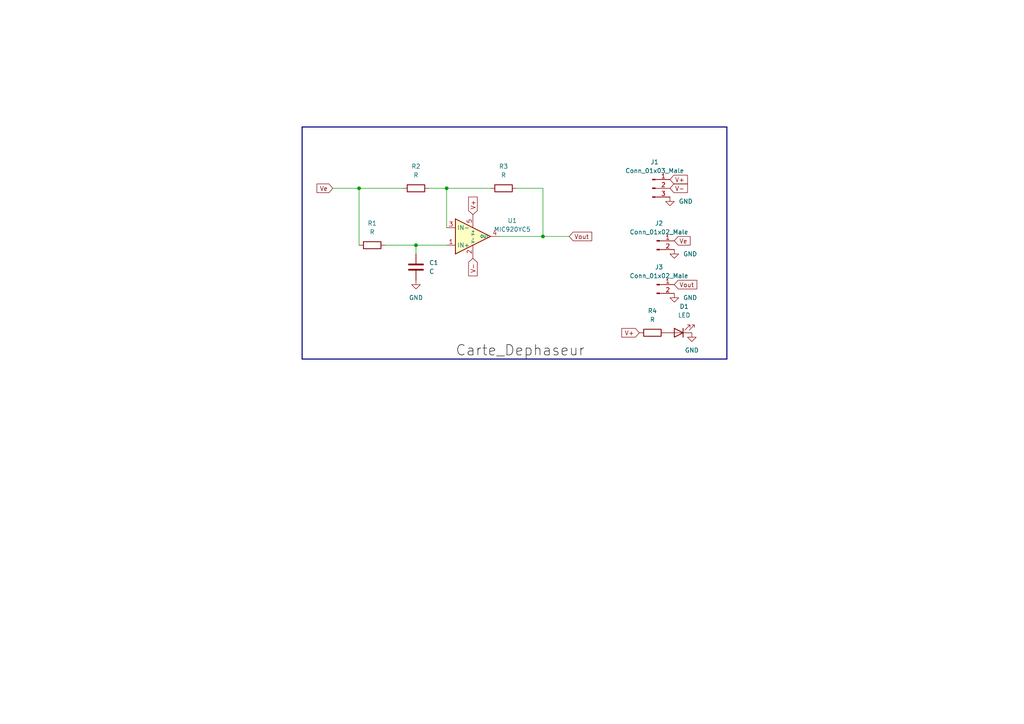
<source format=kicad_sch>
(kicad_sch (version 20211123) (generator eeschema)
  (paper "A4")
  (lib_symbols
    (symbol "Connector:Conn_01x02_Male" (pin_names (offset 1.016) hide)
      (property "Reference" "J" (at 0 2.54 0))
      (property "Value" "Conn_01x02_Male" (at 0 -5.08 0))
      (symbol "Conn_01x02_Male_1_1"
        (polyline (pts (xy 1.27 -2.54) (xy 0.8636 -2.54)) (stroke (width 0.1524)))
        (polyline (pts (xy 1.27 0) (xy 0.8636 0)) (stroke (width 0.1524)))
        (rectangle (start 0.8636 -2.413) (end 0 -2.667) (stroke (width 0.1524)) (fill (type outline)))
        (rectangle (start 0.8636 0.127) (end 0 -0.127) (stroke (width 0.1524)) (fill (type outline)))
        (pin passive line (at 5.08 0 180) (length 3.81) (name "Pin_1") (number "1"))
        (pin passive line (at 5.08 -2.54 180) (length 3.81) (name "Pin_2") (number "2"))
      )
    )
    (symbol "Connector:Conn_01x03_Male" (pin_names (offset 1.016) hide)
      (property "Reference" "J" (at 0 5.08 0))
      (property "Value" "Conn_01x03_Male" (at 0 -5.08 0))
      (symbol "Conn_01x03_Male_1_1"
        (polyline (pts (xy 1.27 -2.54) (xy 0.8636 -2.54)) (stroke (width 0.1524)))
        (polyline (pts (xy 1.27 0) (xy 0.8636 0)) (stroke (width 0.1524)))
        (polyline (pts (xy 1.27 2.54) (xy 0.8636 2.54)) (stroke (width 0.1524)))
        (rectangle (start 0.8636 -2.413) (end 0 -2.667) (stroke (width 0.1524)) (fill (type outline)))
        (rectangle (start 0.8636 0.127) (end 0 -0.127) (stroke (width 0.1524)) (fill (type outline)))
        (rectangle (start 0.8636 2.667) (end 0 2.413) (stroke (width 0.1524)) (fill (type outline)))
        (pin passive line (at 5.08 2.54 180) (length 3.81) (name "Pin_1") (number "1"))
        (pin passive line (at 5.08 0 180) (length 3.81) (name "Pin_2") (number "2"))
        (pin passive line (at 5.08 -2.54 180) (length 3.81) (name "Pin_3") (number "3"))
      )
    )
    (symbol "Device:C" (pin_numbers hide) (pin_names (offset 0.254))
      (property "Reference" "C" (at 0.635 2.54 0))
      (property "Value" "C" (at 0.635 -2.54 0))
      (symbol "C_0_1"
        (polyline (pts (xy -2.032 -0.762) (xy 2.032 -0.762)) (stroke (width 0.508)))
        (polyline (pts (xy -2.032 0.762) (xy 2.032 0.762)) (stroke (width 0.508)))
      )
      (symbol "C_1_1"
        (pin passive line (at 0 3.81 270) (length 2.794) (name "~") (number "1"))
        (pin passive line (at 0 -3.81 90) (length 2.794) (name "~") (number "2"))
      )
    )
    (symbol "Device:LED" (pin_numbers hide) (pin_names (offset 1.016) hide)
      (property "Reference" "D" (at 0 2.54 0))
      (property "Value" "LED" (at 0 -2.54 0))
      (symbol "LED_0_1"
        (polyline (pts (xy -1.27 -1.27) (xy -1.27 1.27)) (stroke (width 0.254)))
        (polyline (pts (xy -1.27 0) (xy 1.27 0)))
        (polyline (pts (xy 1.27 -1.27) (xy 1.27 1.27) (xy -1.27 0) (xy 1.27 -1.27)) (stroke (width 0.254)))
        (polyline (pts (xy -3.048 -0.762) (xy -4.572 -2.286) (xy -3.81 -2.286) (xy -4.572 -2.286) (xy -4.572 -1.524)))
        (polyline (pts (xy -1.778 -0.762) (xy -3.302 -2.286) (xy -2.54 -2.286) (xy -3.302 -2.286) (xy -3.302 -1.524)))
      )
      (symbol "LED_1_1"
        (pin passive line (at -3.81 0 0) (length 2.54) (name "K") (number "1"))
        (pin passive line (at 3.81 0 180) (length 2.54) (name "A") (number "2"))
      )
    )
    (symbol "Device:R" (pin_numbers hide) (pin_names (offset 0))
      (property "Reference" "R" (at 2.032 0 90))
      (property "Value" "R" (at 0 0 90))
      (symbol "R_0_1"
        (rectangle (start -1.016 -2.54) (end 1.016 2.54) (stroke (width 0.254)))
      )
      (symbol "R_1_1"
        (pin passive line (at 0 3.81 270) (length 1.27) (name "~") (number "1"))
        (pin passive line (at 0 -3.81 90) (length 1.27) (name "~") (number "2"))
      )
    )
    (symbol "lib_deph:MIC920YC5"
      (property "Reference" "U" (at 7.62 6.35 0))
      (property "Value" "MIC920YC5" (at 7.62 3.81 0))
      (symbol "MIC920YC5_0_1"
        (polyline (pts (xy -3.81 5.08) (xy 6.35 0) (xy -3.81 -5.08) (xy -3.81 5.08)) (stroke (width 0.254)) (fill (type background)))
      )
      (symbol "MIC920YC5_1_1"
        (pin input line (at -6.35 -2.54 0) (length 2.54) (name "IN+") (number "1"))
        (pin power_in line (at 1.27 -6.35 90) (length 3.81) (name "V-") (number "2"))
        (pin input line (at -6.35 2.54 0) (length 2.54) (name "IN-") (number "3"))
        (pin output line (at 8.89 0 180) (length 2.54) (name "OUT") (number "4"))
        (pin power_in line (at 1.27 6.35 270) (length 3.81) (name "V+") (number "5"))
      )
    )
    (symbol "power:GND" (power) (pin_names (offset 0))
      (property "Value" "GND" (at 0 -3.81 0))
      (symbol "GND_0_1"
        (polyline (pts (xy 0 0) (xy 0 -1.27) (xy 1.27 -1.27) (xy 0 -2.54) (xy -1.27 -1.27) (xy 0 -1.27)))
      )
      (symbol "GND_1_1"
        (pin power_in line (at 0 0 270) (length 0) hide (name "GND") (number "1"))
      )
    )
  )
  (junction (at 120.65 71.12))
  (junction (at 129.54 54.61))
  (junction (at 157.48 68.58))
  (junction (at 104.14 54.61))
  (wire (pts (xy 104.14 54.61) (xy 116.84 54.61)))
  (wire (pts (xy 157.48 68.58) (xy 165.1 68.58)))
  (wire (pts (xy 157.48 68.58) (xy 157.48 54.61)))
  (wire (pts (xy 120.65 71.12) (xy 120.65 73.66)))
  (bus (pts (xy 87.63 36.83) (xy 87.63 104.14)))
  (wire (pts (xy 104.14 54.61) (xy 104.14 71.12)))
  (wire (pts (xy 144.78 68.58) (xy 157.48 68.58)))
  (wire (pts (xy 157.48 54.61) (xy 149.86 54.61)))
  (bus (pts (xy 210.82 104.14) (xy 210.82 36.83)))
  (wire (pts (xy 124.46 54.61) (xy 129.54 54.61)))
  (wire (pts (xy 129.54 54.61) (xy 142.24 54.61)))
  (wire (pts (xy 120.65 71.12) (xy 129.54 71.12)))
  (bus (pts (xy 87.63 36.83) (xy 210.82 36.83)))
  (wire (pts (xy 111.76 71.12) (xy 120.65 71.12)))
  (wire (pts (xy 129.54 54.61) (xy 129.54 66.04)))
  (wire (pts (xy 96.52 54.61) (xy 104.14 54.61)))
  (bus (pts (xy 87.63 104.14) (xy 210.82 104.14)))
  (label "Carte_Dephaseur" (at 132.08 104.14 0) (effects (font (size 3 3))))
  (global_label "V+" (shape input) (at 194.31 52.07 0) (property "Références Inter-Feuilles" "${INTERSHEET_REFS}" (effects hide)))
  (global_label "V-" (shape input) (at 137.16 74.93 270) (property "Références Inter-Feuilles" "${INTERSHEET_REFS}" (effects hide)))
  (global_label "Vout" (shape input) (at 165.1 68.58 0) (property "Références Inter-Feuilles" "${INTERSHEET_REFS}" (effects hide)))
  (global_label "Vout" (shape input) (at 195.58 82.55 0) (property "Références Inter-Feuilles" "${INTERSHEET_REFS}" (effects hide)))
  (global_label "Ve" (shape input) (at 96.52 54.61 180) (property "Références Inter-Feuilles" "${INTERSHEET_REFS}" (effects hide)))
  (global_label "V+" (shape input) (at 137.16 62.23 90) (property "Références Inter-Feuilles" "${INTERSHEET_REFS}" (effects hide)))
  (global_label "V+" (shape input) (at 185.42 96.52 180) (property "Références Inter-Feuilles" "${INTERSHEET_REFS}" (effects hide)))
  (global_label "V-" (shape input) (at 194.31 54.61 0) (property "Références Inter-Feuilles" "${INTERSHEET_REFS}" (effects hide)))
  (global_label "Ve" (shape input) (at 195.58 69.85 0) (property "Références Inter-Feuilles" "${INTERSHEET_REFS}" (effects hide)))
  (symbol (lib_id "power:GND") (at 194.31 57.15 0) (unit 1)
    (property "Reference" "#PWR0102" (effects hide))
    (property "Value" "GND" (at 196.85 58.4199 0) (effects (justify left)))
  )
  (symbol (lib_id "Device:R") (at 107.95 71.12 90) (unit 1)
    (property "Reference" "R1" (at 107.95 64.77 90))
    (property "Value" "R" (at 107.95 67.31 90))
    (property "Footprint" "Resistor_SMD:R_0603_1608Metric_Pad0.98x0.95mm_HandSolder" (effects hide))
  )
  (symbol (lib_id "lib_deph:MIC920YC5") (at 135.89 68.58 0) (unit 1)
    (property "Reference" "U1" (at 148.59 63.9908 0))
    (property "Value" "MIC920YC5" (at 148.59 66.5308 0))
    (property "Footprint" "Package_TO_SOT_SMD:SOT-353_SC-70-5_Handsoldering" (effects hide))
  )
  (symbol (lib_id "Connector:Conn_01x02_Male") (at 190.5 82.55 0) (unit 1)
    (property "Reference" "J3" (at 191.135 77.47 0))
    (property "Value" "Conn_01x02_Male" (at 191.135 80.01 0))
    (property "Footprint" "Connector_Coaxial:SMA_Molex_73251-2200_Horizontal" (effects hide))
  )
  (symbol (lib_id "power:GND") (at 195.58 85.09 0) (unit 1)
    (property "Reference" "#PWR0104" (effects hide))
    (property "Value" "GND" (at 198.12 86.3599 0) (effects (justify left)))
  )
  (symbol (lib_id "Device:R") (at 146.05 54.61 90) (unit 1)
    (property "Reference" "R3" (at 146.05 48.26 90))
    (property "Value" "R" (at 146.05 50.8 90))
    (property "Footprint" "Resistor_SMD:R_0603_1608Metric_Pad0.98x0.95mm_HandSolder" (effects hide))
  )
  (symbol (lib_id "Connector:Conn_01x03_Male") (at 189.23 54.61 0) (unit 1)
    (property "Reference" "J1" (at 189.865 46.99 0))
    (property "Value" "Conn_01x03_Male" (at 189.865 49.53 0))
    (property "Footprint" "Connector_PinHeader_2.54mm:PinHeader_1x03_P2.54mm_Vertical" (effects hide))
  )
  (symbol (lib_id "Device:LED") (at 196.85 96.52 180) (unit 1)
    (property "Reference" "D1" (at 198.4375 88.9 0))
    (property "Value" "LED" (at 198.4375 91.44 0))
    (property "Footprint" "LED_SMD:LED_0603_1608Metric_Pad1.05x0.95mm_HandSolder" (effects hide))
  )
  (symbol (lib_id "power:GND") (at 120.65 81.28 0) (unit 1)
    (property "Reference" "#PWR0101" (effects hide))
    (property "Value" "GND" (at 120.65 86.36 0))
  )
  (symbol (lib_id "Device:C") (at 120.65 77.47 0) (unit 1)
    (property "Reference" "C1" (at 124.46 76.1999 0) (effects (justify left)))
    (property "Value" "C" (at 124.46 78.7399 0) (effects (justify left)))
    (property "Footprint" "Capacitor_SMD:C_0603_1608Metric_Pad1.08x0.95mm_HandSolder" (effects hide))
  )
  (symbol (lib_id "Device:R") (at 189.23 96.52 90) (unit 1)
    (property "Reference" "R4" (at 189.23 90.17 90))
    (property "Value" "R" (at 189.23 92.71 90))
    (property "Footprint" "Resistor_SMD:R_0603_1608Metric_Pad0.98x0.95mm_HandSolder" (effects hide))
  )
  (symbol (lib_id "power:GND") (at 195.58 72.39 0) (unit 1)
    (property "Reference" "#PWR0103" (effects hide))
    (property "Value" "GND" (at 198.12 73.6599 0) (effects (justify left)))
  )
  (symbol (lib_id "Connector:Conn_01x02_Male") (at 190.5 69.85 0) (unit 1)
    (property "Reference" "J2" (at 191.135 64.77 0))
    (property "Value" "Conn_01x02_Male" (at 191.135 67.31 0))
    (property "Footprint" "Connector_Coaxial:SMA_Molex_73251-2200_Horizontal" (effects hide))
  )
  (symbol (lib_id "Device:R") (at 120.65 54.61 90) (unit 1)
    (property "Reference" "R2" (at 120.65 48.26 90))
    (property "Value" "R" (at 120.65 50.8 90))
    (property "Footprint" "Resistor_SMD:R_0603_1608Metric_Pad0.98x0.95mm_HandSolder" (effects hide))
  )
  (symbol (lib_id "power:GND") (at 200.66 96.52 0) (unit 1)
    (property "Reference" "#PWR0105" (effects hide))
    (property "Value" "GND" (at 200.66 101.6 0))
  )
)
</source>
